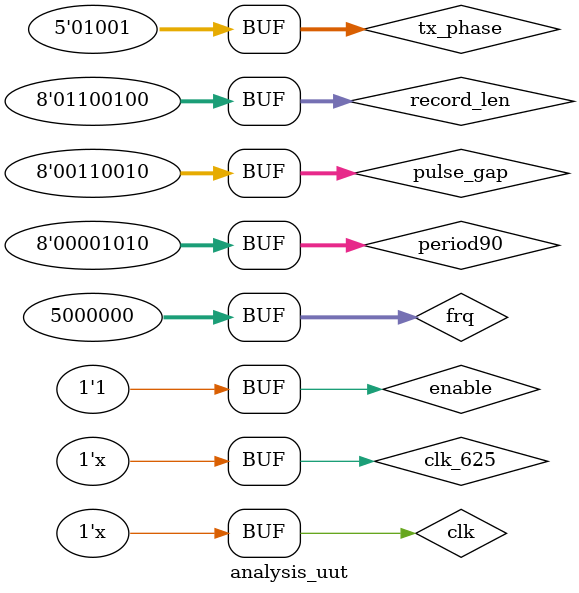
<source format=v>
`timescale 1ns / 1ps


module analysis_uut;


// Inputs
	reg [4:0] tx_phase;
	reg [7:0] pulse_gap;
	reg [7:0] record_len;
	reg [7:0] period90;
	reg enable;

	// Outputs
	wire [1:0] tx;
	wire rx;
	wire u_blank;

	// Inputs
	reg clk;
   reg clk_625;
   reg [31:0] frq;

	// Outputs
   wire clk_8x;
   wire [15:0] dds_i;
	wire [15:0] dds_q;
	wire [15:0] data_out_i;
	wire [15:0] data_out_q;
   wire [15:0] signal_in;

	// Instantiate the Unit Under Test (UUT)
	
   
   sin_source sin_source_vInput (
      .clk(clk_625),
      .frq_valid(1'b1),
      .frq(frq),
      .out(signal_in)
      );
      
   
   Signal_Generator gen (
		.clk(clk), 
		.clk_8x(clk_8x), 
		.frq(frq), 
		.TX(tx), 
//		.signal_out(signal_out), 
		.dds_i(dds_i), 
		.dds_q(dds_q) 
//		.signal_val(signal_val)
	);
   
   Signal_Analysis uut (
		.clk_8x(clk_8x), 
		.signal_in(signal_in), 
		.rx(rx), 
		.dds_i(dds_i), 
		.dds_q(dds_q), 
		.data_out_i(data_out_i), 
		.data_out_q(data_out_q)
	);

   clk_x8 clk_x8(
      .clk(clk),
      .clk_8x(clk_8x)
      );

   pulsers pulsers_uut (
		.tx_phase(tx_phase), 
		.pulse_gap(pulse_gap), 
		.record_len(record_len), 
		.period90(period90), 
		.clk(clk), 
		.enable(enable), 
		.tx(tx), 
		.rx(rx), 
		.u_blank(u_blank)
	);

   always #2.5 clk = ~clk;
   always #0.625 clk_625 = ~clk_625;

	initial begin
		// Initialize Inputs
		clk = 0;
      clk_625 = 0;
      frq = 32'd5000000;
      tx_phase = 5'd9;
		pulse_gap = 8'd50;
		record_len = 8'd100;
		period90 = 8'd10;
      enable = 1;
      
		// Wait 100 ns for global reset to finish
		#100;
        
		// Add stimulus here

	end
      
endmodule


</source>
